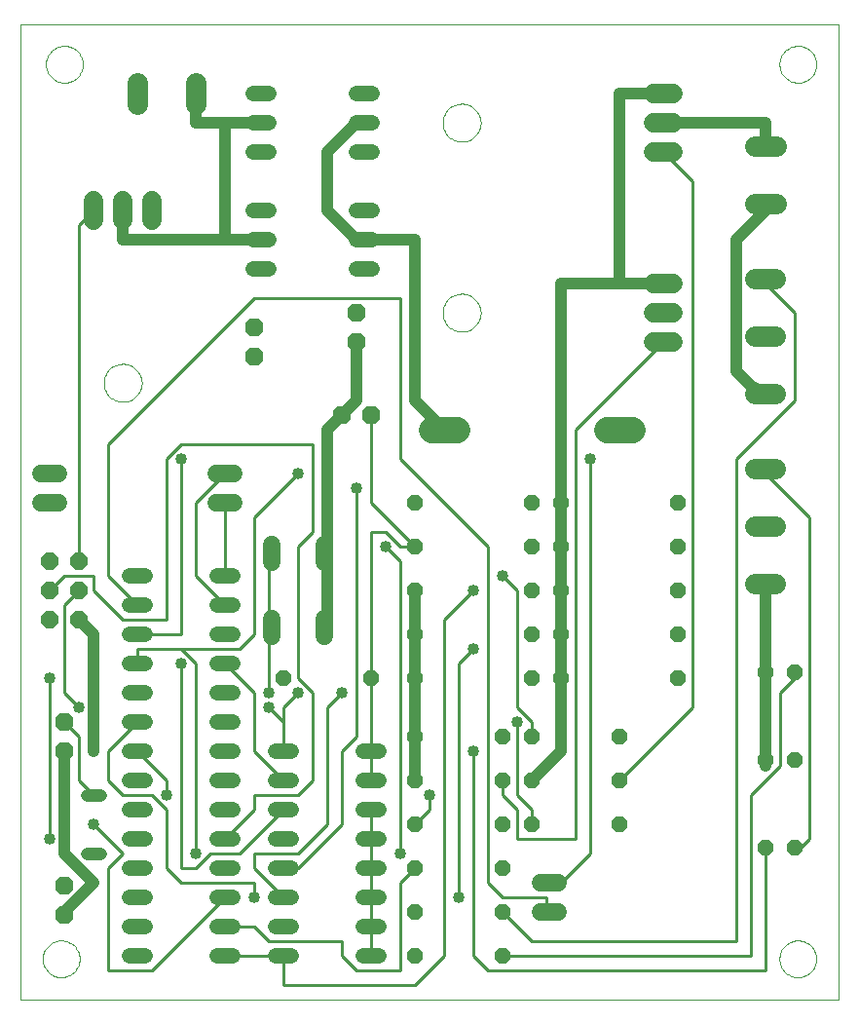
<source format=gtl>
G75*
%MOIN*%
%OFA0B0*%
%FSLAX24Y24*%
%IPPOS*%
%LPD*%
%AMOC8*
5,1,8,0,0,1.08239X$1,22.5*
%
%ADD10C,0.0000*%
%ADD11OC8,0.0520*%
%ADD12C,0.0440*%
%ADD13OC8,0.0630*%
%ADD14C,0.0660*%
%ADD15C,0.0520*%
%ADD16C,0.0705*%
%ADD17C,0.0600*%
%ADD18OC8,0.0600*%
%ADD19C,0.0885*%
%ADD20C,0.0100*%
%ADD21C,0.0400*%
%ADD22C,0.0394*%
D10*
X000100Y000100D02*
X000100Y033470D01*
X028092Y033470D01*
X028092Y000100D01*
X000100Y000100D01*
X000864Y001494D02*
X000866Y001544D01*
X000872Y001594D01*
X000882Y001643D01*
X000896Y001691D01*
X000913Y001738D01*
X000934Y001783D01*
X000959Y001827D01*
X000987Y001868D01*
X001019Y001907D01*
X001053Y001944D01*
X001090Y001978D01*
X001130Y002008D01*
X001172Y002035D01*
X001216Y002059D01*
X001262Y002080D01*
X001309Y002096D01*
X001357Y002109D01*
X001407Y002118D01*
X001456Y002123D01*
X001507Y002124D01*
X001557Y002121D01*
X001606Y002114D01*
X001655Y002103D01*
X001703Y002088D01*
X001749Y002070D01*
X001794Y002048D01*
X001837Y002022D01*
X001878Y001993D01*
X001917Y001961D01*
X001953Y001926D01*
X001985Y001888D01*
X002015Y001848D01*
X002042Y001805D01*
X002065Y001761D01*
X002084Y001715D01*
X002100Y001667D01*
X002112Y001618D01*
X002120Y001569D01*
X002124Y001519D01*
X002124Y001469D01*
X002120Y001419D01*
X002112Y001370D01*
X002100Y001321D01*
X002084Y001273D01*
X002065Y001227D01*
X002042Y001183D01*
X002015Y001140D01*
X001985Y001100D01*
X001953Y001062D01*
X001917Y001027D01*
X001878Y000995D01*
X001837Y000966D01*
X001794Y000940D01*
X001749Y000918D01*
X001703Y000900D01*
X001655Y000885D01*
X001606Y000874D01*
X001557Y000867D01*
X001507Y000864D01*
X001456Y000865D01*
X001407Y000870D01*
X001357Y000879D01*
X001309Y000892D01*
X001262Y000908D01*
X001216Y000929D01*
X001172Y000953D01*
X001130Y000980D01*
X001090Y001010D01*
X001053Y001044D01*
X001019Y001081D01*
X000987Y001120D01*
X000959Y001161D01*
X000934Y001205D01*
X000913Y001250D01*
X000896Y001297D01*
X000882Y001345D01*
X000872Y001394D01*
X000866Y001444D01*
X000864Y001494D01*
X002950Y021200D02*
X002952Y021250D01*
X002958Y021300D01*
X002968Y021350D01*
X002981Y021398D01*
X002998Y021446D01*
X003019Y021492D01*
X003043Y021536D01*
X003071Y021578D01*
X003102Y021618D01*
X003136Y021655D01*
X003173Y021690D01*
X003212Y021721D01*
X003253Y021750D01*
X003297Y021775D01*
X003343Y021797D01*
X003390Y021815D01*
X003438Y021829D01*
X003487Y021840D01*
X003537Y021847D01*
X003587Y021850D01*
X003638Y021849D01*
X003688Y021844D01*
X003738Y021835D01*
X003786Y021823D01*
X003834Y021806D01*
X003880Y021786D01*
X003925Y021763D01*
X003968Y021736D01*
X004008Y021706D01*
X004046Y021673D01*
X004081Y021637D01*
X004114Y021598D01*
X004143Y021557D01*
X004169Y021514D01*
X004192Y021469D01*
X004211Y021422D01*
X004226Y021374D01*
X004238Y021325D01*
X004246Y021275D01*
X004250Y021225D01*
X004250Y021175D01*
X004246Y021125D01*
X004238Y021075D01*
X004226Y021026D01*
X004211Y020978D01*
X004192Y020931D01*
X004169Y020886D01*
X004143Y020843D01*
X004114Y020802D01*
X004081Y020763D01*
X004046Y020727D01*
X004008Y020694D01*
X003968Y020664D01*
X003925Y020637D01*
X003880Y020614D01*
X003834Y020594D01*
X003786Y020577D01*
X003738Y020565D01*
X003688Y020556D01*
X003638Y020551D01*
X003587Y020550D01*
X003537Y020553D01*
X003487Y020560D01*
X003438Y020571D01*
X003390Y020585D01*
X003343Y020603D01*
X003297Y020625D01*
X003253Y020650D01*
X003212Y020679D01*
X003173Y020710D01*
X003136Y020745D01*
X003102Y020782D01*
X003071Y020822D01*
X003043Y020864D01*
X003019Y020908D01*
X002998Y020954D01*
X002981Y021002D01*
X002968Y021050D01*
X002958Y021100D01*
X002952Y021150D01*
X002950Y021200D01*
X000970Y032100D02*
X000972Y032150D01*
X000978Y032200D01*
X000988Y032249D01*
X001002Y032297D01*
X001019Y032344D01*
X001040Y032389D01*
X001065Y032433D01*
X001093Y032474D01*
X001125Y032513D01*
X001159Y032550D01*
X001196Y032584D01*
X001236Y032614D01*
X001278Y032641D01*
X001322Y032665D01*
X001368Y032686D01*
X001415Y032702D01*
X001463Y032715D01*
X001513Y032724D01*
X001562Y032729D01*
X001613Y032730D01*
X001663Y032727D01*
X001712Y032720D01*
X001761Y032709D01*
X001809Y032694D01*
X001855Y032676D01*
X001900Y032654D01*
X001943Y032628D01*
X001984Y032599D01*
X002023Y032567D01*
X002059Y032532D01*
X002091Y032494D01*
X002121Y032454D01*
X002148Y032411D01*
X002171Y032367D01*
X002190Y032321D01*
X002206Y032273D01*
X002218Y032224D01*
X002226Y032175D01*
X002230Y032125D01*
X002230Y032075D01*
X002226Y032025D01*
X002218Y031976D01*
X002206Y031927D01*
X002190Y031879D01*
X002171Y031833D01*
X002148Y031789D01*
X002121Y031746D01*
X002091Y031706D01*
X002059Y031668D01*
X002023Y031633D01*
X001984Y031601D01*
X001943Y031572D01*
X001900Y031546D01*
X001855Y031524D01*
X001809Y031506D01*
X001761Y031491D01*
X001712Y031480D01*
X001663Y031473D01*
X001613Y031470D01*
X001562Y031471D01*
X001513Y031476D01*
X001463Y031485D01*
X001415Y031498D01*
X001368Y031514D01*
X001322Y031535D01*
X001278Y031559D01*
X001236Y031586D01*
X001196Y031616D01*
X001159Y031650D01*
X001125Y031687D01*
X001093Y031726D01*
X001065Y031767D01*
X001040Y031811D01*
X001019Y031856D01*
X001002Y031903D01*
X000988Y031951D01*
X000978Y032000D01*
X000972Y032050D01*
X000970Y032100D01*
X014550Y030100D02*
X014552Y030150D01*
X014558Y030200D01*
X014568Y030250D01*
X014581Y030298D01*
X014598Y030346D01*
X014619Y030392D01*
X014643Y030436D01*
X014671Y030478D01*
X014702Y030518D01*
X014736Y030555D01*
X014773Y030590D01*
X014812Y030621D01*
X014853Y030650D01*
X014897Y030675D01*
X014943Y030697D01*
X014990Y030715D01*
X015038Y030729D01*
X015087Y030740D01*
X015137Y030747D01*
X015187Y030750D01*
X015238Y030749D01*
X015288Y030744D01*
X015338Y030735D01*
X015386Y030723D01*
X015434Y030706D01*
X015480Y030686D01*
X015525Y030663D01*
X015568Y030636D01*
X015608Y030606D01*
X015646Y030573D01*
X015681Y030537D01*
X015714Y030498D01*
X015743Y030457D01*
X015769Y030414D01*
X015792Y030369D01*
X015811Y030322D01*
X015826Y030274D01*
X015838Y030225D01*
X015846Y030175D01*
X015850Y030125D01*
X015850Y030075D01*
X015846Y030025D01*
X015838Y029975D01*
X015826Y029926D01*
X015811Y029878D01*
X015792Y029831D01*
X015769Y029786D01*
X015743Y029743D01*
X015714Y029702D01*
X015681Y029663D01*
X015646Y029627D01*
X015608Y029594D01*
X015568Y029564D01*
X015525Y029537D01*
X015480Y029514D01*
X015434Y029494D01*
X015386Y029477D01*
X015338Y029465D01*
X015288Y029456D01*
X015238Y029451D01*
X015187Y029450D01*
X015137Y029453D01*
X015087Y029460D01*
X015038Y029471D01*
X014990Y029485D01*
X014943Y029503D01*
X014897Y029525D01*
X014853Y029550D01*
X014812Y029579D01*
X014773Y029610D01*
X014736Y029645D01*
X014702Y029682D01*
X014671Y029722D01*
X014643Y029764D01*
X014619Y029808D01*
X014598Y029854D01*
X014581Y029902D01*
X014568Y029950D01*
X014558Y030000D01*
X014552Y030050D01*
X014550Y030100D01*
X014550Y023600D02*
X014552Y023650D01*
X014558Y023700D01*
X014568Y023750D01*
X014581Y023798D01*
X014598Y023846D01*
X014619Y023892D01*
X014643Y023936D01*
X014671Y023978D01*
X014702Y024018D01*
X014736Y024055D01*
X014773Y024090D01*
X014812Y024121D01*
X014853Y024150D01*
X014897Y024175D01*
X014943Y024197D01*
X014990Y024215D01*
X015038Y024229D01*
X015087Y024240D01*
X015137Y024247D01*
X015187Y024250D01*
X015238Y024249D01*
X015288Y024244D01*
X015338Y024235D01*
X015386Y024223D01*
X015434Y024206D01*
X015480Y024186D01*
X015525Y024163D01*
X015568Y024136D01*
X015608Y024106D01*
X015646Y024073D01*
X015681Y024037D01*
X015714Y023998D01*
X015743Y023957D01*
X015769Y023914D01*
X015792Y023869D01*
X015811Y023822D01*
X015826Y023774D01*
X015838Y023725D01*
X015846Y023675D01*
X015850Y023625D01*
X015850Y023575D01*
X015846Y023525D01*
X015838Y023475D01*
X015826Y023426D01*
X015811Y023378D01*
X015792Y023331D01*
X015769Y023286D01*
X015743Y023243D01*
X015714Y023202D01*
X015681Y023163D01*
X015646Y023127D01*
X015608Y023094D01*
X015568Y023064D01*
X015525Y023037D01*
X015480Y023014D01*
X015434Y022994D01*
X015386Y022977D01*
X015338Y022965D01*
X015288Y022956D01*
X015238Y022951D01*
X015187Y022950D01*
X015137Y022953D01*
X015087Y022960D01*
X015038Y022971D01*
X014990Y022985D01*
X014943Y023003D01*
X014897Y023025D01*
X014853Y023050D01*
X014812Y023079D01*
X014773Y023110D01*
X014736Y023145D01*
X014702Y023182D01*
X014671Y023222D01*
X014643Y023264D01*
X014619Y023308D01*
X014598Y023354D01*
X014581Y023402D01*
X014568Y023450D01*
X014558Y023500D01*
X014552Y023550D01*
X014550Y023600D01*
X026076Y032100D02*
X026078Y032150D01*
X026084Y032200D01*
X026094Y032249D01*
X026108Y032297D01*
X026125Y032344D01*
X026146Y032389D01*
X026171Y032433D01*
X026199Y032474D01*
X026231Y032513D01*
X026265Y032550D01*
X026302Y032584D01*
X026342Y032614D01*
X026384Y032641D01*
X026428Y032665D01*
X026474Y032686D01*
X026521Y032702D01*
X026569Y032715D01*
X026619Y032724D01*
X026668Y032729D01*
X026719Y032730D01*
X026769Y032727D01*
X026818Y032720D01*
X026867Y032709D01*
X026915Y032694D01*
X026961Y032676D01*
X027006Y032654D01*
X027049Y032628D01*
X027090Y032599D01*
X027129Y032567D01*
X027165Y032532D01*
X027197Y032494D01*
X027227Y032454D01*
X027254Y032411D01*
X027277Y032367D01*
X027296Y032321D01*
X027312Y032273D01*
X027324Y032224D01*
X027332Y032175D01*
X027336Y032125D01*
X027336Y032075D01*
X027332Y032025D01*
X027324Y031976D01*
X027312Y031927D01*
X027296Y031879D01*
X027277Y031833D01*
X027254Y031789D01*
X027227Y031746D01*
X027197Y031706D01*
X027165Y031668D01*
X027129Y031633D01*
X027090Y031601D01*
X027049Y031572D01*
X027006Y031546D01*
X026961Y031524D01*
X026915Y031506D01*
X026867Y031491D01*
X026818Y031480D01*
X026769Y031473D01*
X026719Y031470D01*
X026668Y031471D01*
X026619Y031476D01*
X026569Y031485D01*
X026521Y031498D01*
X026474Y031514D01*
X026428Y031535D01*
X026384Y031559D01*
X026342Y031586D01*
X026302Y031616D01*
X026265Y031650D01*
X026231Y031687D01*
X026199Y031726D01*
X026171Y031767D01*
X026146Y031811D01*
X026125Y031856D01*
X026108Y031903D01*
X026094Y031951D01*
X026084Y032000D01*
X026078Y032050D01*
X026076Y032100D01*
X026076Y001494D02*
X026078Y001544D01*
X026084Y001594D01*
X026094Y001643D01*
X026108Y001691D01*
X026125Y001738D01*
X026146Y001783D01*
X026171Y001827D01*
X026199Y001868D01*
X026231Y001907D01*
X026265Y001944D01*
X026302Y001978D01*
X026342Y002008D01*
X026384Y002035D01*
X026428Y002059D01*
X026474Y002080D01*
X026521Y002096D01*
X026569Y002109D01*
X026619Y002118D01*
X026668Y002123D01*
X026719Y002124D01*
X026769Y002121D01*
X026818Y002114D01*
X026867Y002103D01*
X026915Y002088D01*
X026961Y002070D01*
X027006Y002048D01*
X027049Y002022D01*
X027090Y001993D01*
X027129Y001961D01*
X027165Y001926D01*
X027197Y001888D01*
X027227Y001848D01*
X027254Y001805D01*
X027277Y001761D01*
X027296Y001715D01*
X027312Y001667D01*
X027324Y001618D01*
X027332Y001569D01*
X027336Y001519D01*
X027336Y001469D01*
X027332Y001419D01*
X027324Y001370D01*
X027312Y001321D01*
X027296Y001273D01*
X027277Y001227D01*
X027254Y001183D01*
X027227Y001140D01*
X027197Y001100D01*
X027165Y001062D01*
X027129Y001027D01*
X027090Y000995D01*
X027049Y000966D01*
X027006Y000940D01*
X026961Y000918D01*
X026915Y000900D01*
X026867Y000885D01*
X026818Y000874D01*
X026769Y000867D01*
X026719Y000864D01*
X026668Y000865D01*
X026619Y000870D01*
X026569Y000879D01*
X026521Y000892D01*
X026474Y000908D01*
X026428Y000929D01*
X026384Y000953D01*
X026342Y000980D01*
X026302Y001010D01*
X026265Y001044D01*
X026231Y001081D01*
X026199Y001120D01*
X026171Y001161D01*
X026146Y001205D01*
X026125Y001250D01*
X026108Y001297D01*
X026094Y001345D01*
X026084Y001394D01*
X026078Y001444D01*
X026076Y001494D01*
D11*
X025600Y005313D03*
X026600Y005313D03*
X026600Y008313D03*
X025600Y008313D03*
X025600Y011313D03*
X026600Y011313D03*
X022600Y011100D03*
X022600Y012600D03*
X022600Y014100D03*
X022600Y015600D03*
X022600Y017100D03*
X018600Y017100D03*
X017600Y017100D03*
X017600Y015600D03*
X018600Y015600D03*
X018600Y014100D03*
X017600Y014100D03*
X017600Y012600D03*
X018600Y012600D03*
X018600Y011100D03*
X017600Y011100D03*
X017600Y009100D03*
X016600Y009100D03*
X016600Y007600D03*
X017600Y007600D03*
X017600Y006100D03*
X016600Y006100D03*
X016600Y004600D03*
X016600Y003100D03*
X016600Y001600D03*
X013600Y001600D03*
X013600Y003100D03*
X013600Y004600D03*
X013600Y006100D03*
X013600Y007600D03*
X013600Y009100D03*
X013600Y011100D03*
X013600Y012600D03*
X013600Y014100D03*
X013600Y015600D03*
X013600Y017100D03*
X012100Y011100D03*
X009100Y011100D03*
X020600Y009100D03*
X020600Y007600D03*
X020600Y006100D03*
D12*
X002820Y005100D02*
X002380Y005100D01*
X002380Y007100D02*
X002820Y007100D01*
D13*
X001600Y008600D03*
X001600Y009600D03*
X001600Y003994D03*
X001600Y002994D03*
X011100Y020100D03*
X012100Y020100D03*
X011600Y022600D03*
X011600Y023600D03*
X008100Y023100D03*
X008100Y022100D03*
D14*
X004600Y026770D02*
X004600Y027430D01*
X003600Y027430D02*
X003600Y026770D01*
X002600Y026770D02*
X002600Y027430D01*
X021770Y029100D02*
X022430Y029100D01*
X022430Y030100D02*
X021770Y030100D01*
X021770Y031100D02*
X022430Y031100D01*
X022430Y024600D02*
X021770Y024600D01*
X021770Y023600D02*
X022430Y023600D01*
X022430Y022600D02*
X021770Y022600D01*
D15*
X012120Y025100D02*
X011600Y025100D01*
X011600Y026100D02*
X012120Y026100D01*
X012120Y027100D02*
X011600Y027100D01*
X011600Y029100D02*
X012120Y029100D01*
X012120Y030100D02*
X011600Y030100D01*
X011600Y031100D02*
X012120Y031100D01*
X008600Y031100D02*
X008080Y031100D01*
X008080Y030100D02*
X008600Y030100D01*
X008600Y029100D02*
X008080Y029100D01*
X008080Y027100D02*
X008600Y027100D01*
X008600Y026100D02*
X008080Y026100D01*
X008080Y025100D02*
X008600Y025100D01*
X007360Y014600D02*
X006840Y014600D01*
X006840Y013600D02*
X007360Y013600D01*
X007360Y012600D02*
X006840Y012600D01*
X006840Y011600D02*
X007360Y011600D01*
X007360Y010600D02*
X006840Y010600D01*
X006840Y009600D02*
X007360Y009600D01*
X007360Y008600D02*
X006840Y008600D01*
X006840Y007600D02*
X007360Y007600D01*
X007360Y006600D02*
X006840Y006600D01*
X006840Y005600D02*
X007360Y005600D01*
X007360Y004600D02*
X006840Y004600D01*
X006840Y003600D02*
X007360Y003600D01*
X007360Y002600D02*
X006840Y002600D01*
X006840Y001600D02*
X007360Y001600D01*
X008840Y001600D02*
X009360Y001600D01*
X009360Y002600D02*
X008840Y002600D01*
X008840Y003600D02*
X009360Y003600D01*
X009360Y004600D02*
X008840Y004600D01*
X008840Y005600D02*
X009360Y005600D01*
X009360Y006600D02*
X008840Y006600D01*
X008840Y007600D02*
X009360Y007600D01*
X009360Y008600D02*
X008840Y008600D01*
X011840Y008600D02*
X012360Y008600D01*
X012360Y007600D02*
X011840Y007600D01*
X011840Y006600D02*
X012360Y006600D01*
X012360Y005600D02*
X011840Y005600D01*
X011840Y004600D02*
X012360Y004600D01*
X012360Y003600D02*
X011840Y003600D01*
X011840Y002600D02*
X012360Y002600D01*
X012360Y001600D02*
X011840Y001600D01*
X004360Y001600D02*
X003840Y001600D01*
X003840Y002600D02*
X004360Y002600D01*
X004360Y003600D02*
X003840Y003600D01*
X003840Y004600D02*
X004360Y004600D01*
X004360Y005600D02*
X003840Y005600D01*
X003840Y006600D02*
X004360Y006600D01*
X004360Y007600D02*
X003840Y007600D01*
X003840Y008600D02*
X004360Y008600D01*
X004360Y009600D02*
X003840Y009600D01*
X003840Y010600D02*
X004360Y010600D01*
X004360Y011600D02*
X003840Y011600D01*
X003840Y012600D02*
X004360Y012600D01*
X004360Y013600D02*
X003840Y013600D01*
X003840Y014600D02*
X004360Y014600D01*
D16*
X004116Y030748D02*
X004116Y031453D01*
X006084Y031453D02*
X006084Y030748D01*
X025248Y029297D02*
X025953Y029297D01*
X025953Y027328D02*
X025248Y027328D01*
X025240Y024781D02*
X025945Y024781D01*
X025945Y022813D02*
X025240Y022813D01*
X025240Y020844D02*
X025945Y020844D01*
X025945Y018281D02*
X025240Y018281D01*
X025240Y016313D02*
X025945Y016313D01*
X025945Y014344D02*
X025240Y014344D01*
D17*
X018506Y004100D02*
X017906Y004100D01*
X017906Y003100D02*
X018506Y003100D01*
X010490Y012520D02*
X010490Y013120D01*
X010490Y015080D02*
X010490Y015680D01*
X008710Y015680D02*
X008710Y015080D01*
X008710Y013120D02*
X008710Y012520D01*
X007400Y017100D02*
X006800Y017100D01*
X006800Y018100D02*
X007400Y018100D01*
X001400Y018100D02*
X000800Y018100D01*
X000800Y017100D02*
X001400Y017100D01*
D18*
X001100Y015100D03*
X001100Y014100D03*
X001100Y013100D03*
X002100Y013100D03*
X002100Y014100D03*
X002100Y015100D03*
D19*
X014158Y019600D02*
X015043Y019600D01*
X020158Y019600D02*
X021043Y019600D01*
D20*
X019600Y018600D02*
X019600Y005100D01*
X018600Y004100D01*
X018206Y004100D01*
X018100Y003600D02*
X018100Y003100D01*
X018206Y003100D01*
X018100Y003600D02*
X016600Y003600D01*
X016100Y004100D01*
X016100Y015600D01*
X013100Y018600D01*
X013100Y024100D01*
X008100Y024100D01*
X003100Y019100D01*
X003100Y014600D01*
X004100Y013600D01*
X003600Y013100D02*
X005100Y013100D01*
X005100Y018600D01*
X005600Y019100D01*
X010100Y019100D01*
X010100Y016100D01*
X009600Y015600D01*
X009600Y011100D01*
X010100Y010600D01*
X010100Y007600D01*
X009600Y007100D01*
X008100Y007100D01*
X008100Y006600D01*
X007100Y005600D01*
X006600Y005100D02*
X007600Y005100D01*
X009100Y006600D01*
X009100Y007600D02*
X008100Y008600D01*
X008100Y010600D01*
X007100Y011600D01*
X007600Y012100D02*
X005600Y012100D01*
X004100Y012100D01*
X004100Y011600D01*
X004100Y012600D02*
X005600Y012600D01*
X005600Y018600D01*
X007100Y018100D02*
X006100Y017100D01*
X006100Y014600D01*
X007100Y013600D01*
X007100Y014600D02*
X007100Y017100D01*
X008100Y016600D02*
X008100Y012600D01*
X007600Y012100D01*
X008600Y012600D02*
X008710Y012820D01*
X008600Y013100D01*
X008600Y015100D01*
X008710Y015380D01*
X008100Y016600D02*
X009600Y018100D01*
X011600Y017600D02*
X011600Y009100D01*
X011100Y008600D01*
X011100Y006100D01*
X009600Y004600D01*
X009100Y004600D01*
X009600Y005100D02*
X008100Y005100D01*
X008100Y004600D01*
X009100Y003600D01*
X008100Y003600D02*
X008100Y004100D01*
X005600Y004100D01*
X005100Y004600D01*
X005100Y006600D01*
X004600Y007100D01*
X003600Y007100D01*
X003100Y007600D01*
X003100Y008600D01*
X004100Y009600D01*
X004100Y008600D02*
X005100Y007600D01*
X005100Y007100D01*
X006100Y005100D02*
X006100Y011600D01*
X005600Y012100D01*
X005600Y011600D02*
X005600Y004600D01*
X006100Y004600D01*
X006600Y005100D01*
X007100Y003600D02*
X004600Y001100D01*
X003100Y001100D01*
X003100Y004600D01*
X003600Y005100D01*
X002600Y006100D01*
X002600Y007100D02*
X002100Y007600D01*
X002100Y009100D01*
X001600Y009600D01*
X002100Y010100D02*
X001600Y010600D01*
X001600Y013600D01*
X002100Y014100D01*
X002600Y014100D02*
X003600Y013100D01*
X002600Y014100D02*
X002600Y014600D01*
X001600Y014600D01*
X001100Y014100D01*
X002100Y015100D02*
X002100Y026600D01*
X002600Y027100D01*
X012100Y020100D02*
X012100Y017100D01*
X013600Y015600D01*
X013100Y015600D01*
X012600Y016100D01*
X012100Y016100D01*
X012100Y011100D01*
X012100Y008600D01*
X012100Y007600D01*
X012100Y006600D02*
X012100Y005600D01*
X012100Y004600D01*
X012100Y003600D01*
X012100Y002600D01*
X012100Y001600D01*
X011600Y001100D02*
X013100Y001100D01*
X013100Y004100D01*
X013600Y004600D01*
X013100Y005100D02*
X013100Y015100D01*
X012600Y015600D01*
X014600Y013100D02*
X014600Y001600D01*
X013600Y000600D01*
X009100Y000600D01*
X009100Y001600D01*
X007100Y001600D01*
X007100Y002600D02*
X008100Y002600D01*
X008600Y002100D01*
X011100Y002100D01*
X011100Y001600D01*
X011600Y001100D01*
X015100Y003600D02*
X015100Y011600D01*
X015600Y012100D01*
X014600Y013100D02*
X015600Y014100D01*
X016600Y014600D02*
X017100Y014100D01*
X017100Y010100D01*
X017600Y009600D01*
X017600Y009100D01*
X017100Y009600D02*
X017100Y007100D01*
X017600Y006600D01*
X017600Y006100D01*
X017100Y005600D02*
X019100Y005600D01*
X019100Y019600D01*
X022100Y022600D01*
X025600Y024600D02*
X025592Y024781D01*
X025600Y024600D02*
X026600Y023600D01*
X026600Y020600D01*
X024600Y018600D01*
X024600Y002100D01*
X017600Y002100D01*
X016600Y003100D01*
X016600Y001600D02*
X025100Y001600D01*
X025100Y007100D01*
X026100Y008100D01*
X026100Y010600D01*
X026600Y011100D01*
X026600Y011313D01*
X023100Y010100D02*
X023100Y028100D01*
X022100Y029100D01*
X025592Y018281D02*
X025600Y018100D01*
X027100Y016600D01*
X027100Y005600D01*
X026600Y005100D01*
X026600Y005313D01*
X025600Y005313D02*
X025600Y001100D01*
X016100Y001100D01*
X015600Y001600D01*
X015600Y008600D01*
X016600Y007600D02*
X016600Y007100D01*
X017100Y006600D01*
X017100Y005600D01*
X014100Y006600D02*
X014100Y007100D01*
X014100Y006600D02*
X013600Y006100D01*
X010600Y006100D02*
X009600Y005100D01*
X010600Y006100D02*
X010600Y010100D01*
X011100Y010600D01*
X009600Y010600D02*
X009100Y010100D01*
X009100Y009600D01*
X009100Y008600D01*
X009100Y009600D02*
X008600Y010100D01*
X008600Y010600D02*
X008600Y012600D01*
X001100Y011100D02*
X001100Y005600D01*
X020600Y007600D02*
X023100Y010100D01*
D21*
X017100Y009600D03*
X015600Y008600D03*
X014100Y007100D03*
X013100Y005100D03*
X015100Y003600D03*
X011100Y010600D03*
X009600Y010600D03*
X008600Y010600D03*
X008600Y010100D03*
X005600Y011600D03*
X002600Y008600D03*
X002100Y010100D03*
X001100Y011100D03*
X002600Y006100D03*
X001100Y005600D03*
X005100Y007100D03*
X006100Y005100D03*
X008100Y003600D03*
X015600Y012100D03*
X015600Y014100D03*
X016600Y014600D03*
X019600Y018600D03*
X012600Y015600D03*
X011600Y017600D03*
X009600Y018100D03*
X005600Y018600D03*
D22*
X002100Y013100D02*
X002600Y012600D01*
X002600Y008600D01*
X001600Y008600D02*
X001600Y005100D01*
X002600Y004100D01*
X001600Y003100D01*
X001600Y002994D01*
X010490Y012820D02*
X010600Y013100D01*
X010600Y015100D01*
X010490Y015380D01*
X010600Y015600D01*
X010600Y019600D01*
X011100Y020100D01*
X011600Y020600D01*
X011600Y022600D01*
X013600Y020600D02*
X014600Y019600D01*
X013600Y020600D02*
X013600Y026100D01*
X011600Y026100D01*
X010600Y027100D01*
X010600Y029100D01*
X011600Y030100D01*
X008600Y030100D02*
X007100Y030100D01*
X007100Y026100D01*
X008600Y026100D01*
X007100Y026100D02*
X003600Y026100D01*
X003600Y027100D01*
X006100Y030100D02*
X006100Y031100D01*
X006084Y031100D01*
X006100Y030100D02*
X007100Y030100D01*
X018600Y024600D02*
X018600Y017100D01*
X018600Y015600D01*
X018600Y014100D01*
X018600Y012600D01*
X018600Y011100D01*
X018600Y008600D01*
X017600Y007600D01*
X013600Y007600D02*
X013600Y009100D01*
X013600Y011100D01*
X013600Y012600D01*
X013600Y014100D01*
X018600Y024600D02*
X020600Y024600D01*
X020600Y031100D01*
X022100Y031100D01*
X022100Y030100D02*
X025600Y030100D01*
X025600Y029297D01*
X025600Y027328D02*
X025600Y027100D01*
X024600Y026100D01*
X024600Y021600D01*
X025100Y021100D01*
X025592Y020844D01*
X022100Y024600D02*
X020600Y024600D01*
X025592Y014344D02*
X025600Y014100D01*
X025600Y011313D01*
X025600Y011100D01*
X025600Y008313D01*
X025600Y008100D01*
M02*

</source>
